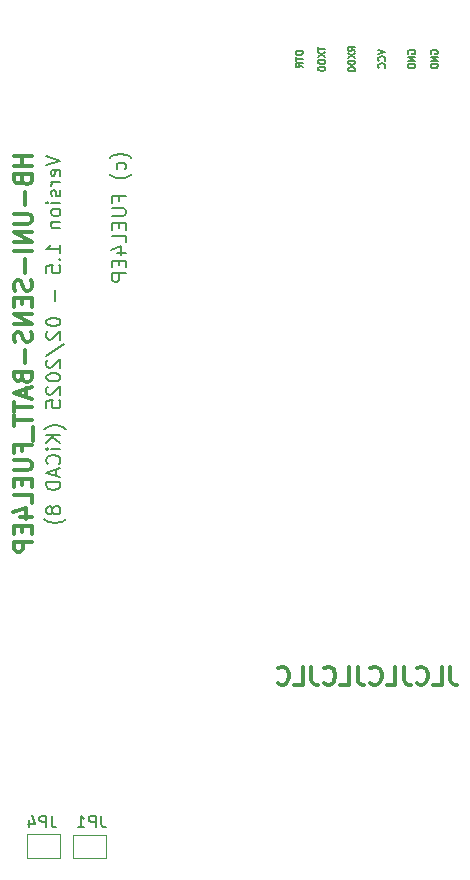
<source format=gbr>
%TF.GenerationSoftware,KiCad,Pcbnew,8.0.9-8.0.9-0~ubuntu22.04.1*%
%TF.CreationDate,2025-02-24T09:16:42+01:00*%
%TF.ProjectId,HB-UNI-SEN-BATT_FUEL4EP,48422d55-4e49-42d5-9345-4e2d42415454,V1.5*%
%TF.SameCoordinates,Original*%
%TF.FileFunction,Legend,Bot*%
%TF.FilePolarity,Positive*%
%FSLAX46Y46*%
G04 Gerber Fmt 4.6, Leading zero omitted, Abs format (unit mm)*
G04 Created by KiCad (PCBNEW 8.0.9-8.0.9-0~ubuntu22.04.1) date 2025-02-24 09:16:42*
%MOMM*%
%LPD*%
G01*
G04 APERTURE LIST*
%ADD10C,0.200000*%
%ADD11C,0.300000*%
%ADD12C,0.304800*%
%ADD13C,0.150000*%
%ADD14C,0.120000*%
%ADD15R,1.800000X1.800000*%
%ADD16C,1.800000*%
%ADD17R,1.700000X1.700000*%
%ADD18O,1.700000X1.700000*%
%ADD19R,1.200000X1.200000*%
%ADD20C,1.200000*%
%ADD21C,1.600000*%
%ADD22O,1.600000X1.600000*%
%ADD23R,1.717500X1.800000*%
%ADD24O,1.717500X1.800000*%
%ADD25R,1.000000X1.500000*%
%ADD26C,1.350000*%
%ADD27C,3.000000*%
%ADD28C,2.000000*%
%ADD29C,4.400000*%
%ADD30C,0.700000*%
%ADD31C,2.640000*%
%ADD32R,2.000000X2.000000*%
G04 APERTURE END LIST*
D10*
X5186742Y62238136D02*
X6386742Y61838136D01*
X6386742Y61838136D02*
X5186742Y61438136D01*
X6329600Y60580993D02*
X6386742Y60695279D01*
X6386742Y60695279D02*
X6386742Y60923851D01*
X6386742Y60923851D02*
X6329600Y61038136D01*
X6329600Y61038136D02*
X6215314Y61095279D01*
X6215314Y61095279D02*
X5758171Y61095279D01*
X5758171Y61095279D02*
X5643885Y61038136D01*
X5643885Y61038136D02*
X5586742Y60923851D01*
X5586742Y60923851D02*
X5586742Y60695279D01*
X5586742Y60695279D02*
X5643885Y60580993D01*
X5643885Y60580993D02*
X5758171Y60523851D01*
X5758171Y60523851D02*
X5872457Y60523851D01*
X5872457Y60523851D02*
X5986742Y61095279D01*
X6386742Y60009565D02*
X5586742Y60009565D01*
X5815314Y60009565D02*
X5701028Y59952422D01*
X5701028Y59952422D02*
X5643885Y59895280D01*
X5643885Y59895280D02*
X5586742Y59780994D01*
X5586742Y59780994D02*
X5586742Y59666708D01*
X6329600Y59323851D02*
X6386742Y59209565D01*
X6386742Y59209565D02*
X6386742Y58980994D01*
X6386742Y58980994D02*
X6329600Y58866708D01*
X6329600Y58866708D02*
X6215314Y58809565D01*
X6215314Y58809565D02*
X6158171Y58809565D01*
X6158171Y58809565D02*
X6043885Y58866708D01*
X6043885Y58866708D02*
X5986742Y58980994D01*
X5986742Y58980994D02*
X5986742Y59152423D01*
X5986742Y59152423D02*
X5929600Y59266708D01*
X5929600Y59266708D02*
X5815314Y59323851D01*
X5815314Y59323851D02*
X5758171Y59323851D01*
X5758171Y59323851D02*
X5643885Y59266708D01*
X5643885Y59266708D02*
X5586742Y59152423D01*
X5586742Y59152423D02*
X5586742Y58980994D01*
X5586742Y58980994D02*
X5643885Y58866708D01*
X6386742Y58295279D02*
X5586742Y58295279D01*
X5186742Y58295279D02*
X5243885Y58352422D01*
X5243885Y58352422D02*
X5301028Y58295279D01*
X5301028Y58295279D02*
X5243885Y58238136D01*
X5243885Y58238136D02*
X5186742Y58295279D01*
X5186742Y58295279D02*
X5301028Y58295279D01*
X6386742Y57552422D02*
X6329600Y57666707D01*
X6329600Y57666707D02*
X6272457Y57723850D01*
X6272457Y57723850D02*
X6158171Y57780993D01*
X6158171Y57780993D02*
X5815314Y57780993D01*
X5815314Y57780993D02*
X5701028Y57723850D01*
X5701028Y57723850D02*
X5643885Y57666707D01*
X5643885Y57666707D02*
X5586742Y57552422D01*
X5586742Y57552422D02*
X5586742Y57380993D01*
X5586742Y57380993D02*
X5643885Y57266707D01*
X5643885Y57266707D02*
X5701028Y57209565D01*
X5701028Y57209565D02*
X5815314Y57152422D01*
X5815314Y57152422D02*
X6158171Y57152422D01*
X6158171Y57152422D02*
X6272457Y57209565D01*
X6272457Y57209565D02*
X6329600Y57266707D01*
X6329600Y57266707D02*
X6386742Y57380993D01*
X6386742Y57380993D02*
X6386742Y57552422D01*
X5586742Y56638136D02*
X6386742Y56638136D01*
X5701028Y56638136D02*
X5643885Y56580993D01*
X5643885Y56580993D02*
X5586742Y56466708D01*
X5586742Y56466708D02*
X5586742Y56295279D01*
X5586742Y56295279D02*
X5643885Y56180993D01*
X5643885Y56180993D02*
X5758171Y56123851D01*
X5758171Y56123851D02*
X6386742Y56123851D01*
X6386742Y54009565D02*
X6386742Y54695279D01*
X6386742Y54352422D02*
X5186742Y54352422D01*
X5186742Y54352422D02*
X5358171Y54466708D01*
X5358171Y54466708D02*
X5472457Y54580993D01*
X5472457Y54580993D02*
X5529600Y54695279D01*
X6272457Y53495279D02*
X6329600Y53438136D01*
X6329600Y53438136D02*
X6386742Y53495279D01*
X6386742Y53495279D02*
X6329600Y53552422D01*
X6329600Y53552422D02*
X6272457Y53495279D01*
X6272457Y53495279D02*
X6386742Y53495279D01*
X5186742Y52352422D02*
X5186742Y52923850D01*
X5186742Y52923850D02*
X5758171Y52980993D01*
X5758171Y52980993D02*
X5701028Y52923850D01*
X5701028Y52923850D02*
X5643885Y52809565D01*
X5643885Y52809565D02*
X5643885Y52523850D01*
X5643885Y52523850D02*
X5701028Y52409565D01*
X5701028Y52409565D02*
X5758171Y52352422D01*
X5758171Y52352422D02*
X5872457Y52295279D01*
X5872457Y52295279D02*
X6158171Y52295279D01*
X6158171Y52295279D02*
X6272457Y52352422D01*
X6272457Y52352422D02*
X6329600Y52409565D01*
X6329600Y52409565D02*
X6386742Y52523850D01*
X6386742Y52523850D02*
X6386742Y52809565D01*
X6386742Y52809565D02*
X6329600Y52923850D01*
X6329600Y52923850D02*
X6272457Y52980993D01*
X5929600Y50866707D02*
X5929600Y49952422D01*
X5186742Y48238136D02*
X5186742Y48123850D01*
X5186742Y48123850D02*
X5243885Y48009564D01*
X5243885Y48009564D02*
X5301028Y47952422D01*
X5301028Y47952422D02*
X5415314Y47895279D01*
X5415314Y47895279D02*
X5643885Y47838136D01*
X5643885Y47838136D02*
X5929600Y47838136D01*
X5929600Y47838136D02*
X6158171Y47895279D01*
X6158171Y47895279D02*
X6272457Y47952422D01*
X6272457Y47952422D02*
X6329600Y48009564D01*
X6329600Y48009564D02*
X6386742Y48123850D01*
X6386742Y48123850D02*
X6386742Y48238136D01*
X6386742Y48238136D02*
X6329600Y48352422D01*
X6329600Y48352422D02*
X6272457Y48409564D01*
X6272457Y48409564D02*
X6158171Y48466707D01*
X6158171Y48466707D02*
X5929600Y48523850D01*
X5929600Y48523850D02*
X5643885Y48523850D01*
X5643885Y48523850D02*
X5415314Y48466707D01*
X5415314Y48466707D02*
X5301028Y48409564D01*
X5301028Y48409564D02*
X5243885Y48352422D01*
X5243885Y48352422D02*
X5186742Y48238136D01*
X5301028Y47380993D02*
X5243885Y47323850D01*
X5243885Y47323850D02*
X5186742Y47209565D01*
X5186742Y47209565D02*
X5186742Y46923850D01*
X5186742Y46923850D02*
X5243885Y46809565D01*
X5243885Y46809565D02*
X5301028Y46752422D01*
X5301028Y46752422D02*
X5415314Y46695279D01*
X5415314Y46695279D02*
X5529600Y46695279D01*
X5529600Y46695279D02*
X5701028Y46752422D01*
X5701028Y46752422D02*
X6386742Y47438136D01*
X6386742Y47438136D02*
X6386742Y46695279D01*
X5129600Y45323850D02*
X6672457Y46352422D01*
X5301028Y44980993D02*
X5243885Y44923850D01*
X5243885Y44923850D02*
X5186742Y44809565D01*
X5186742Y44809565D02*
X5186742Y44523850D01*
X5186742Y44523850D02*
X5243885Y44409565D01*
X5243885Y44409565D02*
X5301028Y44352422D01*
X5301028Y44352422D02*
X5415314Y44295279D01*
X5415314Y44295279D02*
X5529600Y44295279D01*
X5529600Y44295279D02*
X5701028Y44352422D01*
X5701028Y44352422D02*
X6386742Y45038136D01*
X6386742Y45038136D02*
X6386742Y44295279D01*
X5186742Y43552422D02*
X5186742Y43438136D01*
X5186742Y43438136D02*
X5243885Y43323850D01*
X5243885Y43323850D02*
X5301028Y43266708D01*
X5301028Y43266708D02*
X5415314Y43209565D01*
X5415314Y43209565D02*
X5643885Y43152422D01*
X5643885Y43152422D02*
X5929600Y43152422D01*
X5929600Y43152422D02*
X6158171Y43209565D01*
X6158171Y43209565D02*
X6272457Y43266708D01*
X6272457Y43266708D02*
X6329600Y43323850D01*
X6329600Y43323850D02*
X6386742Y43438136D01*
X6386742Y43438136D02*
X6386742Y43552422D01*
X6386742Y43552422D02*
X6329600Y43666708D01*
X6329600Y43666708D02*
X6272457Y43723850D01*
X6272457Y43723850D02*
X6158171Y43780993D01*
X6158171Y43780993D02*
X5929600Y43838136D01*
X5929600Y43838136D02*
X5643885Y43838136D01*
X5643885Y43838136D02*
X5415314Y43780993D01*
X5415314Y43780993D02*
X5301028Y43723850D01*
X5301028Y43723850D02*
X5243885Y43666708D01*
X5243885Y43666708D02*
X5186742Y43552422D01*
X5301028Y42695279D02*
X5243885Y42638136D01*
X5243885Y42638136D02*
X5186742Y42523851D01*
X5186742Y42523851D02*
X5186742Y42238136D01*
X5186742Y42238136D02*
X5243885Y42123851D01*
X5243885Y42123851D02*
X5301028Y42066708D01*
X5301028Y42066708D02*
X5415314Y42009565D01*
X5415314Y42009565D02*
X5529600Y42009565D01*
X5529600Y42009565D02*
X5701028Y42066708D01*
X5701028Y42066708D02*
X6386742Y42752422D01*
X6386742Y42752422D02*
X6386742Y42009565D01*
X5186742Y40923851D02*
X5186742Y41495279D01*
X5186742Y41495279D02*
X5758171Y41552422D01*
X5758171Y41552422D02*
X5701028Y41495279D01*
X5701028Y41495279D02*
X5643885Y41380994D01*
X5643885Y41380994D02*
X5643885Y41095279D01*
X5643885Y41095279D02*
X5701028Y40980994D01*
X5701028Y40980994D02*
X5758171Y40923851D01*
X5758171Y40923851D02*
X5872457Y40866708D01*
X5872457Y40866708D02*
X6158171Y40866708D01*
X6158171Y40866708D02*
X6272457Y40923851D01*
X6272457Y40923851D02*
X6329600Y40980994D01*
X6329600Y40980994D02*
X6386742Y41095279D01*
X6386742Y41095279D02*
X6386742Y41380994D01*
X6386742Y41380994D02*
X6329600Y41495279D01*
X6329600Y41495279D02*
X6272457Y41552422D01*
X6843885Y39095279D02*
X6786742Y39152422D01*
X6786742Y39152422D02*
X6615314Y39266708D01*
X6615314Y39266708D02*
X6501028Y39323851D01*
X6501028Y39323851D02*
X6329600Y39380993D01*
X6329600Y39380993D02*
X6043885Y39438136D01*
X6043885Y39438136D02*
X5815314Y39438136D01*
X5815314Y39438136D02*
X5529600Y39380993D01*
X5529600Y39380993D02*
X5358171Y39323851D01*
X5358171Y39323851D02*
X5243885Y39266708D01*
X5243885Y39266708D02*
X5072457Y39152422D01*
X5072457Y39152422D02*
X5015314Y39095279D01*
X6386742Y38638136D02*
X5186742Y38638136D01*
X6386742Y37952422D02*
X5701028Y38466708D01*
X5186742Y37952422D02*
X5872457Y38638136D01*
X6386742Y37438136D02*
X5586742Y37438136D01*
X5186742Y37438136D02*
X5243885Y37495279D01*
X5243885Y37495279D02*
X5301028Y37438136D01*
X5301028Y37438136D02*
X5243885Y37380993D01*
X5243885Y37380993D02*
X5186742Y37438136D01*
X5186742Y37438136D02*
X5301028Y37438136D01*
X6272457Y36180993D02*
X6329600Y36238136D01*
X6329600Y36238136D02*
X6386742Y36409564D01*
X6386742Y36409564D02*
X6386742Y36523850D01*
X6386742Y36523850D02*
X6329600Y36695279D01*
X6329600Y36695279D02*
X6215314Y36809564D01*
X6215314Y36809564D02*
X6101028Y36866707D01*
X6101028Y36866707D02*
X5872457Y36923850D01*
X5872457Y36923850D02*
X5701028Y36923850D01*
X5701028Y36923850D02*
X5472457Y36866707D01*
X5472457Y36866707D02*
X5358171Y36809564D01*
X5358171Y36809564D02*
X5243885Y36695279D01*
X5243885Y36695279D02*
X5186742Y36523850D01*
X5186742Y36523850D02*
X5186742Y36409564D01*
X5186742Y36409564D02*
X5243885Y36238136D01*
X5243885Y36238136D02*
X5301028Y36180993D01*
X6043885Y35723850D02*
X6043885Y35152422D01*
X6386742Y35838136D02*
X5186742Y35438136D01*
X5186742Y35438136D02*
X6386742Y35038136D01*
X6386742Y34638136D02*
X5186742Y34638136D01*
X5186742Y34638136D02*
X5186742Y34352422D01*
X5186742Y34352422D02*
X5243885Y34180993D01*
X5243885Y34180993D02*
X5358171Y34066708D01*
X5358171Y34066708D02*
X5472457Y34009565D01*
X5472457Y34009565D02*
X5701028Y33952422D01*
X5701028Y33952422D02*
X5872457Y33952422D01*
X5872457Y33952422D02*
X6101028Y34009565D01*
X6101028Y34009565D02*
X6215314Y34066708D01*
X6215314Y34066708D02*
X6329600Y34180993D01*
X6329600Y34180993D02*
X6386742Y34352422D01*
X6386742Y34352422D02*
X6386742Y34638136D01*
X5701028Y32352422D02*
X5643885Y32466707D01*
X5643885Y32466707D02*
X5586742Y32523850D01*
X5586742Y32523850D02*
X5472457Y32580993D01*
X5472457Y32580993D02*
X5415314Y32580993D01*
X5415314Y32580993D02*
X5301028Y32523850D01*
X5301028Y32523850D02*
X5243885Y32466707D01*
X5243885Y32466707D02*
X5186742Y32352422D01*
X5186742Y32352422D02*
X5186742Y32123850D01*
X5186742Y32123850D02*
X5243885Y32009565D01*
X5243885Y32009565D02*
X5301028Y31952422D01*
X5301028Y31952422D02*
X5415314Y31895279D01*
X5415314Y31895279D02*
X5472457Y31895279D01*
X5472457Y31895279D02*
X5586742Y31952422D01*
X5586742Y31952422D02*
X5643885Y32009565D01*
X5643885Y32009565D02*
X5701028Y32123850D01*
X5701028Y32123850D02*
X5701028Y32352422D01*
X5701028Y32352422D02*
X5758171Y32466707D01*
X5758171Y32466707D02*
X5815314Y32523850D01*
X5815314Y32523850D02*
X5929600Y32580993D01*
X5929600Y32580993D02*
X6158171Y32580993D01*
X6158171Y32580993D02*
X6272457Y32523850D01*
X6272457Y32523850D02*
X6329600Y32466707D01*
X6329600Y32466707D02*
X6386742Y32352422D01*
X6386742Y32352422D02*
X6386742Y32123850D01*
X6386742Y32123850D02*
X6329600Y32009565D01*
X6329600Y32009565D02*
X6272457Y31952422D01*
X6272457Y31952422D02*
X6158171Y31895279D01*
X6158171Y31895279D02*
X5929600Y31895279D01*
X5929600Y31895279D02*
X5815314Y31952422D01*
X5815314Y31952422D02*
X5758171Y32009565D01*
X5758171Y32009565D02*
X5701028Y32123850D01*
X6843885Y31495279D02*
X6786742Y31438136D01*
X6786742Y31438136D02*
X6615314Y31323850D01*
X6615314Y31323850D02*
X6501028Y31266708D01*
X6501028Y31266708D02*
X6329600Y31209565D01*
X6329600Y31209565D02*
X6043885Y31152422D01*
X6043885Y31152422D02*
X5815314Y31152422D01*
X5815314Y31152422D02*
X5529600Y31209565D01*
X5529600Y31209565D02*
X5358171Y31266708D01*
X5358171Y31266708D02*
X5243885Y31323850D01*
X5243885Y31323850D02*
X5072457Y31438136D01*
X5072457Y31438136D02*
X5015314Y31495279D01*
D11*
X3943412Y62275489D02*
X2443412Y62275489D01*
X3157698Y62275489D02*
X3157698Y61418346D01*
X3943412Y61418346D02*
X2443412Y61418346D01*
X3157698Y60204060D02*
X3229126Y59989774D01*
X3229126Y59989774D02*
X3300555Y59918345D01*
X3300555Y59918345D02*
X3443412Y59846917D01*
X3443412Y59846917D02*
X3657698Y59846917D01*
X3657698Y59846917D02*
X3800555Y59918345D01*
X3800555Y59918345D02*
X3871984Y59989774D01*
X3871984Y59989774D02*
X3943412Y60132631D01*
X3943412Y60132631D02*
X3943412Y60704060D01*
X3943412Y60704060D02*
X2443412Y60704060D01*
X2443412Y60704060D02*
X2443412Y60204060D01*
X2443412Y60204060D02*
X2514841Y60061203D01*
X2514841Y60061203D02*
X2586269Y59989774D01*
X2586269Y59989774D02*
X2729126Y59918345D01*
X2729126Y59918345D02*
X2871984Y59918345D01*
X2871984Y59918345D02*
X3014841Y59989774D01*
X3014841Y59989774D02*
X3086269Y60061203D01*
X3086269Y60061203D02*
X3157698Y60204060D01*
X3157698Y60204060D02*
X3157698Y60704060D01*
X3371984Y59204060D02*
X3371984Y58061203D01*
X2443412Y57346917D02*
X3657698Y57346917D01*
X3657698Y57346917D02*
X3800555Y57275488D01*
X3800555Y57275488D02*
X3871984Y57204060D01*
X3871984Y57204060D02*
X3943412Y57061202D01*
X3943412Y57061202D02*
X3943412Y56775488D01*
X3943412Y56775488D02*
X3871984Y56632631D01*
X3871984Y56632631D02*
X3800555Y56561202D01*
X3800555Y56561202D02*
X3657698Y56489774D01*
X3657698Y56489774D02*
X2443412Y56489774D01*
X3943412Y55775488D02*
X2443412Y55775488D01*
X2443412Y55775488D02*
X3943412Y54918345D01*
X3943412Y54918345D02*
X2443412Y54918345D01*
X3943412Y54204059D02*
X2443412Y54204059D01*
X3371984Y53489773D02*
X3371984Y52346916D01*
X3871984Y51704058D02*
X3943412Y51489773D01*
X3943412Y51489773D02*
X3943412Y51132630D01*
X3943412Y51132630D02*
X3871984Y50989773D01*
X3871984Y50989773D02*
X3800555Y50918344D01*
X3800555Y50918344D02*
X3657698Y50846915D01*
X3657698Y50846915D02*
X3514841Y50846915D01*
X3514841Y50846915D02*
X3371984Y50918344D01*
X3371984Y50918344D02*
X3300555Y50989773D01*
X3300555Y50989773D02*
X3229126Y51132630D01*
X3229126Y51132630D02*
X3157698Y51418344D01*
X3157698Y51418344D02*
X3086269Y51561201D01*
X3086269Y51561201D02*
X3014841Y51632630D01*
X3014841Y51632630D02*
X2871984Y51704058D01*
X2871984Y51704058D02*
X2729126Y51704058D01*
X2729126Y51704058D02*
X2586269Y51632630D01*
X2586269Y51632630D02*
X2514841Y51561201D01*
X2514841Y51561201D02*
X2443412Y51418344D01*
X2443412Y51418344D02*
X2443412Y51061201D01*
X2443412Y51061201D02*
X2514841Y50846915D01*
X3157698Y50204059D02*
X3157698Y49704059D01*
X3943412Y49489773D02*
X3943412Y50204059D01*
X3943412Y50204059D02*
X2443412Y50204059D01*
X2443412Y50204059D02*
X2443412Y49489773D01*
X3943412Y48846916D02*
X2443412Y48846916D01*
X2443412Y48846916D02*
X3943412Y47989773D01*
X3943412Y47989773D02*
X2443412Y47989773D01*
X3871984Y47346915D02*
X3943412Y47132630D01*
X3943412Y47132630D02*
X3943412Y46775487D01*
X3943412Y46775487D02*
X3871984Y46632630D01*
X3871984Y46632630D02*
X3800555Y46561201D01*
X3800555Y46561201D02*
X3657698Y46489772D01*
X3657698Y46489772D02*
X3514841Y46489772D01*
X3514841Y46489772D02*
X3371984Y46561201D01*
X3371984Y46561201D02*
X3300555Y46632630D01*
X3300555Y46632630D02*
X3229126Y46775487D01*
X3229126Y46775487D02*
X3157698Y47061201D01*
X3157698Y47061201D02*
X3086269Y47204058D01*
X3086269Y47204058D02*
X3014841Y47275487D01*
X3014841Y47275487D02*
X2871984Y47346915D01*
X2871984Y47346915D02*
X2729126Y47346915D01*
X2729126Y47346915D02*
X2586269Y47275487D01*
X2586269Y47275487D02*
X2514841Y47204058D01*
X2514841Y47204058D02*
X2443412Y47061201D01*
X2443412Y47061201D02*
X2443412Y46704058D01*
X2443412Y46704058D02*
X2514841Y46489772D01*
X3371984Y45846916D02*
X3371984Y44704059D01*
X3157698Y43489773D02*
X3229126Y43275487D01*
X3229126Y43275487D02*
X3300555Y43204058D01*
X3300555Y43204058D02*
X3443412Y43132630D01*
X3443412Y43132630D02*
X3657698Y43132630D01*
X3657698Y43132630D02*
X3800555Y43204058D01*
X3800555Y43204058D02*
X3871984Y43275487D01*
X3871984Y43275487D02*
X3943412Y43418344D01*
X3943412Y43418344D02*
X3943412Y43989773D01*
X3943412Y43989773D02*
X2443412Y43989773D01*
X2443412Y43989773D02*
X2443412Y43489773D01*
X2443412Y43489773D02*
X2514841Y43346916D01*
X2514841Y43346916D02*
X2586269Y43275487D01*
X2586269Y43275487D02*
X2729126Y43204058D01*
X2729126Y43204058D02*
X2871984Y43204058D01*
X2871984Y43204058D02*
X3014841Y43275487D01*
X3014841Y43275487D02*
X3086269Y43346916D01*
X3086269Y43346916D02*
X3157698Y43489773D01*
X3157698Y43489773D02*
X3157698Y43989773D01*
X3514841Y42561201D02*
X3514841Y41846916D01*
X3943412Y42704058D02*
X2443412Y42204058D01*
X2443412Y42204058D02*
X3943412Y41704058D01*
X2443412Y41418344D02*
X2443412Y40561202D01*
X3943412Y40989773D02*
X2443412Y40989773D01*
X2443412Y40275487D02*
X2443412Y39418345D01*
X3943412Y39846916D02*
X2443412Y39846916D01*
X4086269Y39275488D02*
X4086269Y38132630D01*
X3157698Y37275488D02*
X3157698Y37775488D01*
X3943412Y37775488D02*
X2443412Y37775488D01*
X2443412Y37775488D02*
X2443412Y37061202D01*
X2443412Y36489774D02*
X3657698Y36489774D01*
X3657698Y36489774D02*
X3800555Y36418345D01*
X3800555Y36418345D02*
X3871984Y36346917D01*
X3871984Y36346917D02*
X3943412Y36204059D01*
X3943412Y36204059D02*
X3943412Y35918345D01*
X3943412Y35918345D02*
X3871984Y35775488D01*
X3871984Y35775488D02*
X3800555Y35704059D01*
X3800555Y35704059D02*
X3657698Y35632631D01*
X3657698Y35632631D02*
X2443412Y35632631D01*
X3157698Y34918345D02*
X3157698Y34418345D01*
X3943412Y34204059D02*
X3943412Y34918345D01*
X3943412Y34918345D02*
X2443412Y34918345D01*
X2443412Y34918345D02*
X2443412Y34204059D01*
X3943412Y32846916D02*
X3943412Y33561202D01*
X3943412Y33561202D02*
X2443412Y33561202D01*
X2943412Y31704059D02*
X3943412Y31704059D01*
X2371984Y32061201D02*
X3443412Y32418344D01*
X3443412Y32418344D02*
X3443412Y31489773D01*
X3157698Y30918345D02*
X3157698Y30418345D01*
X3943412Y30204059D02*
X3943412Y30918345D01*
X3943412Y30918345D02*
X2443412Y30918345D01*
X2443412Y30918345D02*
X2443412Y30204059D01*
X3943412Y29561202D02*
X2443412Y29561202D01*
X2443412Y29561202D02*
X2443412Y28989773D01*
X2443412Y28989773D02*
X2514841Y28846916D01*
X2514841Y28846916D02*
X2586269Y28775487D01*
X2586269Y28775487D02*
X2729126Y28704059D01*
X2729126Y28704059D02*
X2943412Y28704059D01*
X2943412Y28704059D02*
X3086269Y28775487D01*
X3086269Y28775487D02*
X3157698Y28846916D01*
X3157698Y28846916D02*
X3229126Y28989773D01*
X3229126Y28989773D02*
X3229126Y29561202D01*
D10*
X12396885Y62069850D02*
X12339742Y62126993D01*
X12339742Y62126993D02*
X12168314Y62241279D01*
X12168314Y62241279D02*
X12054028Y62298422D01*
X12054028Y62298422D02*
X11882600Y62355564D01*
X11882600Y62355564D02*
X11596885Y62412707D01*
X11596885Y62412707D02*
X11368314Y62412707D01*
X11368314Y62412707D02*
X11082600Y62355564D01*
X11082600Y62355564D02*
X10911171Y62298422D01*
X10911171Y62298422D02*
X10796885Y62241279D01*
X10796885Y62241279D02*
X10625457Y62126993D01*
X10625457Y62126993D02*
X10568314Y62069850D01*
X11882600Y61098422D02*
X11939742Y61212707D01*
X11939742Y61212707D02*
X11939742Y61441279D01*
X11939742Y61441279D02*
X11882600Y61555564D01*
X11882600Y61555564D02*
X11825457Y61612707D01*
X11825457Y61612707D02*
X11711171Y61669850D01*
X11711171Y61669850D02*
X11368314Y61669850D01*
X11368314Y61669850D02*
X11254028Y61612707D01*
X11254028Y61612707D02*
X11196885Y61555564D01*
X11196885Y61555564D02*
X11139742Y61441279D01*
X11139742Y61441279D02*
X11139742Y61212707D01*
X11139742Y61212707D02*
X11196885Y61098422D01*
X12396885Y60698422D02*
X12339742Y60641279D01*
X12339742Y60641279D02*
X12168314Y60526993D01*
X12168314Y60526993D02*
X12054028Y60469851D01*
X12054028Y60469851D02*
X11882600Y60412708D01*
X11882600Y60412708D02*
X11596885Y60355565D01*
X11596885Y60355565D02*
X11368314Y60355565D01*
X11368314Y60355565D02*
X11082600Y60412708D01*
X11082600Y60412708D02*
X10911171Y60469851D01*
X10911171Y60469851D02*
X10796885Y60526993D01*
X10796885Y60526993D02*
X10625457Y60641279D01*
X10625457Y60641279D02*
X10568314Y60698422D01*
X11311171Y58469850D02*
X11311171Y58869850D01*
X11939742Y58869850D02*
X10739742Y58869850D01*
X10739742Y58869850D02*
X10739742Y58298422D01*
X10739742Y57841279D02*
X11711171Y57841279D01*
X11711171Y57841279D02*
X11825457Y57784136D01*
X11825457Y57784136D02*
X11882600Y57726994D01*
X11882600Y57726994D02*
X11939742Y57612708D01*
X11939742Y57612708D02*
X11939742Y57384136D01*
X11939742Y57384136D02*
X11882600Y57269851D01*
X11882600Y57269851D02*
X11825457Y57212708D01*
X11825457Y57212708D02*
X11711171Y57155565D01*
X11711171Y57155565D02*
X10739742Y57155565D01*
X11311171Y56584136D02*
X11311171Y56184136D01*
X11939742Y56012708D02*
X11939742Y56584136D01*
X11939742Y56584136D02*
X10739742Y56584136D01*
X10739742Y56584136D02*
X10739742Y56012708D01*
X11939742Y54926994D02*
X11939742Y55498422D01*
X11939742Y55498422D02*
X10739742Y55498422D01*
X11139742Y54012708D02*
X11939742Y54012708D01*
X10682600Y54298422D02*
X11539742Y54584136D01*
X11539742Y54584136D02*
X11539742Y53841279D01*
X11311171Y53384136D02*
X11311171Y52984136D01*
X11939742Y52812708D02*
X11939742Y53384136D01*
X11939742Y53384136D02*
X10739742Y53384136D01*
X10739742Y53384136D02*
X10739742Y52812708D01*
X11939742Y52298422D02*
X10739742Y52298422D01*
X10739742Y52298422D02*
X10739742Y51841279D01*
X10739742Y51841279D02*
X10796885Y51726994D01*
X10796885Y51726994D02*
X10854028Y51669851D01*
X10854028Y51669851D02*
X10968314Y51612708D01*
X10968314Y51612708D02*
X11139742Y51612708D01*
X11139742Y51612708D02*
X11254028Y51669851D01*
X11254028Y51669851D02*
X11311171Y51726994D01*
X11311171Y51726994D02*
X11368314Y51841279D01*
X11368314Y51841279D02*
X11368314Y52298422D01*
D12*
X39387188Y18998358D02*
X39387188Y17909787D01*
X39387188Y17909787D02*
X39459759Y17692072D01*
X39459759Y17692072D02*
X39604902Y17546930D01*
X39604902Y17546930D02*
X39822616Y17474358D01*
X39822616Y17474358D02*
X39967759Y17474358D01*
X37935759Y17474358D02*
X38661473Y17474358D01*
X38661473Y17474358D02*
X38661473Y18998358D01*
X36556902Y17619501D02*
X36629474Y17546930D01*
X36629474Y17546930D02*
X36847188Y17474358D01*
X36847188Y17474358D02*
X36992331Y17474358D01*
X36992331Y17474358D02*
X37210045Y17546930D01*
X37210045Y17546930D02*
X37355188Y17692072D01*
X37355188Y17692072D02*
X37427759Y17837215D01*
X37427759Y17837215D02*
X37500331Y18127501D01*
X37500331Y18127501D02*
X37500331Y18345215D01*
X37500331Y18345215D02*
X37427759Y18635501D01*
X37427759Y18635501D02*
X37355188Y18780644D01*
X37355188Y18780644D02*
X37210045Y18925787D01*
X37210045Y18925787D02*
X36992331Y18998358D01*
X36992331Y18998358D02*
X36847188Y18998358D01*
X36847188Y18998358D02*
X36629474Y18925787D01*
X36629474Y18925787D02*
X36556902Y18853215D01*
X35468331Y18998358D02*
X35468331Y17909787D01*
X35468331Y17909787D02*
X35540902Y17692072D01*
X35540902Y17692072D02*
X35686045Y17546930D01*
X35686045Y17546930D02*
X35903759Y17474358D01*
X35903759Y17474358D02*
X36048902Y17474358D01*
X34016902Y17474358D02*
X34742616Y17474358D01*
X34742616Y17474358D02*
X34742616Y18998358D01*
X32638045Y17619501D02*
X32710617Y17546930D01*
X32710617Y17546930D02*
X32928331Y17474358D01*
X32928331Y17474358D02*
X33073474Y17474358D01*
X33073474Y17474358D02*
X33291188Y17546930D01*
X33291188Y17546930D02*
X33436331Y17692072D01*
X33436331Y17692072D02*
X33508902Y17837215D01*
X33508902Y17837215D02*
X33581474Y18127501D01*
X33581474Y18127501D02*
X33581474Y18345215D01*
X33581474Y18345215D02*
X33508902Y18635501D01*
X33508902Y18635501D02*
X33436331Y18780644D01*
X33436331Y18780644D02*
X33291188Y18925787D01*
X33291188Y18925787D02*
X33073474Y18998358D01*
X33073474Y18998358D02*
X32928331Y18998358D01*
X32928331Y18998358D02*
X32710617Y18925787D01*
X32710617Y18925787D02*
X32638045Y18853215D01*
X31549474Y18998358D02*
X31549474Y17909787D01*
X31549474Y17909787D02*
X31622045Y17692072D01*
X31622045Y17692072D02*
X31767188Y17546930D01*
X31767188Y17546930D02*
X31984902Y17474358D01*
X31984902Y17474358D02*
X32130045Y17474358D01*
X30098045Y17474358D02*
X30823759Y17474358D01*
X30823759Y17474358D02*
X30823759Y18998358D01*
X28719188Y17619501D02*
X28791760Y17546930D01*
X28791760Y17546930D02*
X29009474Y17474358D01*
X29009474Y17474358D02*
X29154617Y17474358D01*
X29154617Y17474358D02*
X29372331Y17546930D01*
X29372331Y17546930D02*
X29517474Y17692072D01*
X29517474Y17692072D02*
X29590045Y17837215D01*
X29590045Y17837215D02*
X29662617Y18127501D01*
X29662617Y18127501D02*
X29662617Y18345215D01*
X29662617Y18345215D02*
X29590045Y18635501D01*
X29590045Y18635501D02*
X29517474Y18780644D01*
X29517474Y18780644D02*
X29372331Y18925787D01*
X29372331Y18925787D02*
X29154617Y18998358D01*
X29154617Y18998358D02*
X29009474Y18998358D01*
X29009474Y18998358D02*
X28791760Y18925787D01*
X28791760Y18925787D02*
X28719188Y18853215D01*
X27630617Y18998358D02*
X27630617Y17909787D01*
X27630617Y17909787D02*
X27703188Y17692072D01*
X27703188Y17692072D02*
X27848331Y17546930D01*
X27848331Y17546930D02*
X28066045Y17474358D01*
X28066045Y17474358D02*
X28211188Y17474358D01*
X26179188Y17474358D02*
X26904902Y17474358D01*
X26904902Y17474358D02*
X26904902Y18998358D01*
X24800331Y17619501D02*
X24872903Y17546930D01*
X24872903Y17546930D02*
X25090617Y17474358D01*
X25090617Y17474358D02*
X25235760Y17474358D01*
X25235760Y17474358D02*
X25453474Y17546930D01*
X25453474Y17546930D02*
X25598617Y17692072D01*
X25598617Y17692072D02*
X25671188Y17837215D01*
X25671188Y17837215D02*
X25743760Y18127501D01*
X25743760Y18127501D02*
X25743760Y18345215D01*
X25743760Y18345215D02*
X25671188Y18635501D01*
X25671188Y18635501D02*
X25598617Y18780644D01*
X25598617Y18780644D02*
X25453474Y18925787D01*
X25453474Y18925787D02*
X25235760Y18998358D01*
X25235760Y18998358D02*
X25090617Y18998358D01*
X25090617Y18998358D02*
X24872903Y18925787D01*
X24872903Y18925787D02*
X24800331Y18853215D01*
D13*
X9850333Y6387180D02*
X9850333Y5672895D01*
X9850333Y5672895D02*
X9897952Y5530038D01*
X9897952Y5530038D02*
X9993190Y5434800D01*
X9993190Y5434800D02*
X10136047Y5387180D01*
X10136047Y5387180D02*
X10231285Y5387180D01*
X9374142Y5387180D02*
X9374142Y6387180D01*
X9374142Y6387180D02*
X8993190Y6387180D01*
X8993190Y6387180D02*
X8897952Y6339561D01*
X8897952Y6339561D02*
X8850333Y6291942D01*
X8850333Y6291942D02*
X8802714Y6196704D01*
X8802714Y6196704D02*
X8802714Y6053847D01*
X8802714Y6053847D02*
X8850333Y5958609D01*
X8850333Y5958609D02*
X8897952Y5910990D01*
X8897952Y5910990D02*
X8993190Y5863371D01*
X8993190Y5863371D02*
X9374142Y5863371D01*
X7850333Y5387180D02*
X8421761Y5387180D01*
X8136047Y5387180D02*
X8136047Y6387180D01*
X8136047Y6387180D02*
X8231285Y6244323D01*
X8231285Y6244323D02*
X8326523Y6149085D01*
X8326523Y6149085D02*
X8421761Y6101466D01*
X37763342Y70907142D02*
X37734771Y70964285D01*
X37734771Y70964285D02*
X37734771Y71049999D01*
X37734771Y71049999D02*
X37763342Y71135713D01*
X37763342Y71135713D02*
X37820485Y71192856D01*
X37820485Y71192856D02*
X37877628Y71221427D01*
X37877628Y71221427D02*
X37991914Y71249999D01*
X37991914Y71249999D02*
X38077628Y71249999D01*
X38077628Y71249999D02*
X38191914Y71221427D01*
X38191914Y71221427D02*
X38249057Y71192856D01*
X38249057Y71192856D02*
X38306200Y71135713D01*
X38306200Y71135713D02*
X38334771Y71049999D01*
X38334771Y71049999D02*
X38334771Y70992856D01*
X38334771Y70992856D02*
X38306200Y70907142D01*
X38306200Y70907142D02*
X38277628Y70878570D01*
X38277628Y70878570D02*
X38077628Y70878570D01*
X38077628Y70878570D02*
X38077628Y70992856D01*
X38334771Y70621427D02*
X37734771Y70621427D01*
X37734771Y70621427D02*
X38334771Y70278570D01*
X38334771Y70278570D02*
X37734771Y70278570D01*
X38334771Y69992856D02*
X37734771Y69992856D01*
X37734771Y69992856D02*
X37734771Y69849999D01*
X37734771Y69849999D02*
X37763342Y69764285D01*
X37763342Y69764285D02*
X37820485Y69707142D01*
X37820485Y69707142D02*
X37877628Y69678571D01*
X37877628Y69678571D02*
X37991914Y69649999D01*
X37991914Y69649999D02*
X38077628Y69649999D01*
X38077628Y69649999D02*
X38191914Y69678571D01*
X38191914Y69678571D02*
X38249057Y69707142D01*
X38249057Y69707142D02*
X38306200Y69764285D01*
X38306200Y69764285D02*
X38334771Y69849999D01*
X38334771Y69849999D02*
X38334771Y69992856D01*
X26904771Y71135713D02*
X26304771Y71135713D01*
X26304771Y71135713D02*
X26304771Y70992856D01*
X26304771Y70992856D02*
X26333342Y70907142D01*
X26333342Y70907142D02*
X26390485Y70849999D01*
X26390485Y70849999D02*
X26447628Y70821428D01*
X26447628Y70821428D02*
X26561914Y70792856D01*
X26561914Y70792856D02*
X26647628Y70792856D01*
X26647628Y70792856D02*
X26761914Y70821428D01*
X26761914Y70821428D02*
X26819057Y70849999D01*
X26819057Y70849999D02*
X26876200Y70907142D01*
X26876200Y70907142D02*
X26904771Y70992856D01*
X26904771Y70992856D02*
X26904771Y71135713D01*
X26304771Y70621428D02*
X26304771Y70278571D01*
X26904771Y70449999D02*
X26304771Y70449999D01*
X26904771Y69735713D02*
X26619057Y69935713D01*
X26904771Y70078570D02*
X26304771Y70078570D01*
X26304771Y70078570D02*
X26304771Y69849999D01*
X26304771Y69849999D02*
X26333342Y69792856D01*
X26333342Y69792856D02*
X26361914Y69764285D01*
X26361914Y69764285D02*
X26419057Y69735713D01*
X26419057Y69735713D02*
X26504771Y69735713D01*
X26504771Y69735713D02*
X26561914Y69764285D01*
X26561914Y69764285D02*
X26590485Y69792856D01*
X26590485Y69792856D02*
X26619057Y69849999D01*
X26619057Y69849999D02*
X26619057Y70078570D01*
X31349771Y71135714D02*
X31064057Y71335714D01*
X31349771Y71478571D02*
X30749771Y71478571D01*
X30749771Y71478571D02*
X30749771Y71250000D01*
X30749771Y71250000D02*
X30778342Y71192857D01*
X30778342Y71192857D02*
X30806914Y71164286D01*
X30806914Y71164286D02*
X30864057Y71135714D01*
X30864057Y71135714D02*
X30949771Y71135714D01*
X30949771Y71135714D02*
X31006914Y71164286D01*
X31006914Y71164286D02*
X31035485Y71192857D01*
X31035485Y71192857D02*
X31064057Y71250000D01*
X31064057Y71250000D02*
X31064057Y71478571D01*
X30749771Y70935714D02*
X31349771Y70535714D01*
X30749771Y70535714D02*
X31349771Y70935714D01*
X31349771Y70307142D02*
X30749771Y70307142D01*
X30749771Y70307142D02*
X30749771Y70164285D01*
X30749771Y70164285D02*
X30778342Y70078571D01*
X30778342Y70078571D02*
X30835485Y70021428D01*
X30835485Y70021428D02*
X30892628Y69992857D01*
X30892628Y69992857D02*
X31006914Y69964285D01*
X31006914Y69964285D02*
X31092628Y69964285D01*
X31092628Y69964285D02*
X31206914Y69992857D01*
X31206914Y69992857D02*
X31264057Y70021428D01*
X31264057Y70021428D02*
X31321200Y70078571D01*
X31321200Y70078571D02*
X31349771Y70164285D01*
X31349771Y70164285D02*
X31349771Y70307142D01*
X30749771Y69592857D02*
X30749771Y69535714D01*
X30749771Y69535714D02*
X30778342Y69478571D01*
X30778342Y69478571D02*
X30806914Y69450000D01*
X30806914Y69450000D02*
X30864057Y69421428D01*
X30864057Y69421428D02*
X30978342Y69392857D01*
X30978342Y69392857D02*
X31121200Y69392857D01*
X31121200Y69392857D02*
X31235485Y69421428D01*
X31235485Y69421428D02*
X31292628Y69450000D01*
X31292628Y69450000D02*
X31321200Y69478571D01*
X31321200Y69478571D02*
X31349771Y69535714D01*
X31349771Y69535714D02*
X31349771Y69592857D01*
X31349771Y69592857D02*
X31321200Y69650000D01*
X31321200Y69650000D02*
X31292628Y69678571D01*
X31292628Y69678571D02*
X31235485Y69707142D01*
X31235485Y69707142D02*
X31121200Y69735714D01*
X31121200Y69735714D02*
X30978342Y69735714D01*
X30978342Y69735714D02*
X30864057Y69707142D01*
X30864057Y69707142D02*
X30806914Y69678571D01*
X30806914Y69678571D02*
X30778342Y69650000D01*
X30778342Y69650000D02*
X30749771Y69592857D01*
X28209771Y71492857D02*
X28209771Y71150000D01*
X28809771Y71321428D02*
X28209771Y71321428D01*
X28209771Y71007142D02*
X28809771Y70607142D01*
X28209771Y70607142D02*
X28809771Y71007142D01*
X28809771Y70378570D02*
X28209771Y70378570D01*
X28209771Y70378570D02*
X28209771Y70235713D01*
X28209771Y70235713D02*
X28238342Y70149999D01*
X28238342Y70149999D02*
X28295485Y70092856D01*
X28295485Y70092856D02*
X28352628Y70064285D01*
X28352628Y70064285D02*
X28466914Y70035713D01*
X28466914Y70035713D02*
X28552628Y70035713D01*
X28552628Y70035713D02*
X28666914Y70064285D01*
X28666914Y70064285D02*
X28724057Y70092856D01*
X28724057Y70092856D02*
X28781200Y70149999D01*
X28781200Y70149999D02*
X28809771Y70235713D01*
X28809771Y70235713D02*
X28809771Y70378570D01*
X28209771Y69664285D02*
X28209771Y69607142D01*
X28209771Y69607142D02*
X28238342Y69549999D01*
X28238342Y69549999D02*
X28266914Y69521428D01*
X28266914Y69521428D02*
X28324057Y69492856D01*
X28324057Y69492856D02*
X28438342Y69464285D01*
X28438342Y69464285D02*
X28581200Y69464285D01*
X28581200Y69464285D02*
X28695485Y69492856D01*
X28695485Y69492856D02*
X28752628Y69521428D01*
X28752628Y69521428D02*
X28781200Y69549999D01*
X28781200Y69549999D02*
X28809771Y69607142D01*
X28809771Y69607142D02*
X28809771Y69664285D01*
X28809771Y69664285D02*
X28781200Y69721428D01*
X28781200Y69721428D02*
X28752628Y69749999D01*
X28752628Y69749999D02*
X28695485Y69778570D01*
X28695485Y69778570D02*
X28581200Y69807142D01*
X28581200Y69807142D02*
X28438342Y69807142D01*
X28438342Y69807142D02*
X28324057Y69778570D01*
X28324057Y69778570D02*
X28266914Y69749999D01*
X28266914Y69749999D02*
X28238342Y69721428D01*
X28238342Y69721428D02*
X28209771Y69664285D01*
X35858342Y70907142D02*
X35829771Y70964285D01*
X35829771Y70964285D02*
X35829771Y71049999D01*
X35829771Y71049999D02*
X35858342Y71135713D01*
X35858342Y71135713D02*
X35915485Y71192856D01*
X35915485Y71192856D02*
X35972628Y71221427D01*
X35972628Y71221427D02*
X36086914Y71249999D01*
X36086914Y71249999D02*
X36172628Y71249999D01*
X36172628Y71249999D02*
X36286914Y71221427D01*
X36286914Y71221427D02*
X36344057Y71192856D01*
X36344057Y71192856D02*
X36401200Y71135713D01*
X36401200Y71135713D02*
X36429771Y71049999D01*
X36429771Y71049999D02*
X36429771Y70992856D01*
X36429771Y70992856D02*
X36401200Y70907142D01*
X36401200Y70907142D02*
X36372628Y70878570D01*
X36372628Y70878570D02*
X36172628Y70878570D01*
X36172628Y70878570D02*
X36172628Y70992856D01*
X36429771Y70621427D02*
X35829771Y70621427D01*
X35829771Y70621427D02*
X36429771Y70278570D01*
X36429771Y70278570D02*
X35829771Y70278570D01*
X36429771Y69992856D02*
X35829771Y69992856D01*
X35829771Y69992856D02*
X35829771Y69849999D01*
X35829771Y69849999D02*
X35858342Y69764285D01*
X35858342Y69764285D02*
X35915485Y69707142D01*
X35915485Y69707142D02*
X35972628Y69678571D01*
X35972628Y69678571D02*
X36086914Y69649999D01*
X36086914Y69649999D02*
X36172628Y69649999D01*
X36172628Y69649999D02*
X36286914Y69678571D01*
X36286914Y69678571D02*
X36344057Y69707142D01*
X36344057Y69707142D02*
X36401200Y69764285D01*
X36401200Y69764285D02*
X36429771Y69849999D01*
X36429771Y69849999D02*
X36429771Y69992856D01*
X33289771Y71250000D02*
X33889771Y71050000D01*
X33889771Y71050000D02*
X33289771Y70850000D01*
X33832628Y70307142D02*
X33861200Y70335714D01*
X33861200Y70335714D02*
X33889771Y70421428D01*
X33889771Y70421428D02*
X33889771Y70478571D01*
X33889771Y70478571D02*
X33861200Y70564285D01*
X33861200Y70564285D02*
X33804057Y70621428D01*
X33804057Y70621428D02*
X33746914Y70649999D01*
X33746914Y70649999D02*
X33632628Y70678571D01*
X33632628Y70678571D02*
X33546914Y70678571D01*
X33546914Y70678571D02*
X33432628Y70649999D01*
X33432628Y70649999D02*
X33375485Y70621428D01*
X33375485Y70621428D02*
X33318342Y70564285D01*
X33318342Y70564285D02*
X33289771Y70478571D01*
X33289771Y70478571D02*
X33289771Y70421428D01*
X33289771Y70421428D02*
X33318342Y70335714D01*
X33318342Y70335714D02*
X33346914Y70307142D01*
X33832628Y69707142D02*
X33861200Y69735714D01*
X33861200Y69735714D02*
X33889771Y69821428D01*
X33889771Y69821428D02*
X33889771Y69878571D01*
X33889771Y69878571D02*
X33861200Y69964285D01*
X33861200Y69964285D02*
X33804057Y70021428D01*
X33804057Y70021428D02*
X33746914Y70049999D01*
X33746914Y70049999D02*
X33632628Y70078571D01*
X33632628Y70078571D02*
X33546914Y70078571D01*
X33546914Y70078571D02*
X33432628Y70049999D01*
X33432628Y70049999D02*
X33375485Y70021428D01*
X33375485Y70021428D02*
X33318342Y69964285D01*
X33318342Y69964285D02*
X33289771Y69878571D01*
X33289771Y69878571D02*
X33289771Y69821428D01*
X33289771Y69821428D02*
X33318342Y69735714D01*
X33318342Y69735714D02*
X33346914Y69707142D01*
X5659333Y6387180D02*
X5659333Y5672895D01*
X5659333Y5672895D02*
X5706952Y5530038D01*
X5706952Y5530038D02*
X5802190Y5434800D01*
X5802190Y5434800D02*
X5945047Y5387180D01*
X5945047Y5387180D02*
X6040285Y5387180D01*
X5183142Y5387180D02*
X5183142Y6387180D01*
X5183142Y6387180D02*
X4802190Y6387180D01*
X4802190Y6387180D02*
X4706952Y6339561D01*
X4706952Y6339561D02*
X4659333Y6291942D01*
X4659333Y6291942D02*
X4611714Y6196704D01*
X4611714Y6196704D02*
X4611714Y6053847D01*
X4611714Y6053847D02*
X4659333Y5958609D01*
X4659333Y5958609D02*
X4706952Y5910990D01*
X4706952Y5910990D02*
X4802190Y5863371D01*
X4802190Y5863371D02*
X5183142Y5863371D01*
X3754571Y6053847D02*
X3754571Y5387180D01*
X3992666Y6434800D02*
X4230761Y5720514D01*
X4230761Y5720514D02*
X3611714Y5720514D01*
D14*
%TO.C,JP1*%
X10250000Y2775000D02*
X7450000Y2775000D01*
X10250000Y4775000D02*
X10250000Y2775000D01*
X7450000Y2775000D02*
X7450000Y4775000D01*
X7450000Y4775000D02*
X10250000Y4775000D01*
D13*
%TO.C,Module2*%
X26635000Y72990000D02*
G75*
G02*
X25365000Y72990000I-635000J0D01*
G01*
X25365000Y72990000D02*
G75*
G02*
X26635000Y72990000I635000J0D01*
G01*
X29175000Y72990000D02*
G75*
G02*
X27905000Y72990000I-635000J0D01*
G01*
X27905000Y72990000D02*
G75*
G02*
X29175000Y72990000I635000J0D01*
G01*
X31715000Y72990000D02*
G75*
G02*
X30445000Y72990000I-635000J0D01*
G01*
X30445000Y72990000D02*
G75*
G02*
X31715000Y72990000I635000J0D01*
G01*
X34255000Y72990000D02*
G75*
G02*
X32985000Y72990000I-635000J0D01*
G01*
X32985000Y72990000D02*
G75*
G02*
X34255000Y72990000I635000J0D01*
G01*
X36795000Y72990000D02*
G75*
G02*
X35525000Y72990000I-635000J0D01*
G01*
X35525000Y72990000D02*
G75*
G02*
X36795000Y72990000I635000J0D01*
G01*
X39335000Y72990000D02*
G75*
G02*
X38065000Y72990000I-635000J0D01*
G01*
X38065000Y72990000D02*
G75*
G02*
X39335000Y72990000I635000J0D01*
G01*
D14*
%TO.C,JP4*%
X3568000Y4810000D02*
X6368000Y4810000D01*
X3568000Y2810000D02*
X3568000Y4810000D01*
X6368000Y4810000D02*
X6368000Y2810000D01*
X6368000Y2810000D02*
X3568000Y2810000D01*
%TD*%
%LPC*%
D15*
%TO.C,D1*%
X45050000Y71720000D03*
D16*
X45050000Y69180000D03*
%TD*%
D17*
%TO.C,J1*%
X46320000Y39335000D03*
D18*
X46320000Y36795000D03*
%TD*%
D17*
%TO.C,J2*%
X51400000Y39335000D03*
D18*
X51400000Y36795000D03*
%TD*%
D17*
%TO.C,J7*%
X34890000Y4410000D03*
D18*
X34890000Y6950000D03*
X34890000Y9490000D03*
X34890000Y12030000D03*
%TD*%
D17*
%TO.C,J3*%
X46320000Y48860000D03*
D18*
X46320000Y46320000D03*
%TD*%
D17*
%TO.C,J4*%
X51400000Y48860000D03*
D18*
X51400000Y46320000D03*
%TD*%
D17*
%TO.C,J5*%
X56480000Y8220000D03*
D18*
X59020000Y8220000D03*
X61560000Y8220000D03*
X64100000Y8220000D03*
X66640000Y8220000D03*
X69180000Y8220000D03*
%TD*%
D17*
%TO.C,J6*%
X24730000Y4410000D03*
D18*
X24730000Y6950000D03*
X24730000Y9490000D03*
X24730000Y12030000D03*
%TD*%
D19*
%TO.C,C1*%
X46955000Y24095000D03*
D20*
X46955000Y22595000D03*
%TD*%
D21*
%TO.C,R4*%
X50130000Y30445000D03*
D22*
X50130000Y27905000D03*
%TD*%
D21*
%TO.C,R5*%
X46320000Y30445000D03*
D22*
X46320000Y27905000D03*
%TD*%
D21*
%TO.C,R1*%
X45050000Y66005000D03*
D22*
X45050000Y63465000D03*
%TD*%
D21*
%TO.C,R3*%
X18380000Y8220000D03*
D22*
X15840000Y8220000D03*
%TD*%
D23*
%TO.C,Q1*%
X6950000Y8220000D03*
D24*
X9240000Y8220000D03*
X11530000Y8220000D03*
%TD*%
D17*
%TO.C,J9*%
X50130000Y4410000D03*
D18*
X50130000Y6950000D03*
X50130000Y9490000D03*
X50130000Y12030000D03*
%TD*%
D17*
%TO.C,J10*%
X64989000Y71656500D03*
D18*
X67529000Y71656500D03*
X70069000Y71656500D03*
%TD*%
D25*
%TO.C,JP1*%
X9500000Y3775000D03*
X8200000Y3775000D03*
%TD*%
D16*
%TO.C,Module2*%
X39970000Y70450000D03*
X27270000Y42510000D03*
X24730000Y70450000D03*
X26000000Y72990000D03*
X37430000Y61560000D03*
X39970000Y67910000D03*
X29810000Y42510000D03*
X24730000Y67910000D03*
X28540000Y72990000D03*
X37430000Y59020000D03*
X39970000Y65370000D03*
X32350000Y42510000D03*
X24730000Y65370000D03*
X31080000Y72990000D03*
X39970000Y62830000D03*
X34890000Y42510000D03*
X24730000Y62830000D03*
X33620000Y72990000D03*
X39970000Y60290000D03*
X37430000Y42510000D03*
X24730000Y60290000D03*
X36160000Y72990000D03*
X39970000Y57750000D03*
X24730000Y57750000D03*
X38700000Y72990000D03*
X39970000Y55210000D03*
X24730000Y55210000D03*
X39970000Y52670000D03*
X24730000Y52670000D03*
X39970000Y50130000D03*
X24730000Y50130000D03*
X39970000Y47590000D03*
X24730000Y47590000D03*
X39970000Y45050000D03*
X24730000Y45050000D03*
X39970000Y42510000D03*
X24730000Y42510000D03*
%TD*%
D26*
%TO.C,Module1*%
X23280000Y28555000D03*
X41280000Y23055000D03*
D27*
X23280000Y31055000D03*
D26*
X41280000Y25055000D03*
X23280000Y33555000D03*
X41280000Y27055000D03*
X41280000Y29055000D03*
X41280000Y31055000D03*
X41280000Y33055000D03*
X41280000Y35055000D03*
X41280000Y37055000D03*
%TD*%
D28*
%TO.C,SW1*%
X45685000Y59655000D03*
X52185000Y59655000D03*
X45685000Y55155000D03*
X52185000Y55155000D03*
%TD*%
D17*
%TO.C,J8*%
X39970000Y4410000D03*
D18*
X39970000Y6950000D03*
X39970000Y9490000D03*
X39970000Y12030000D03*
%TD*%
D29*
%TO.C,H2*%
X60000000Y71750000D03*
D30*
X61800000Y71750000D03*
X61272800Y70477200D03*
X60000000Y69950000D03*
X58727200Y70477200D03*
X58200000Y71750000D03*
X58727200Y73022800D03*
X60000000Y73550000D03*
X61272800Y73022800D03*
%TD*%
D29*
%TO.C,H4*%
X60000000Y3250000D03*
D30*
X61800000Y3250000D03*
X61272800Y1977200D03*
X60000000Y1450000D03*
X58727200Y1977200D03*
X58200000Y3250000D03*
X58727200Y4522800D03*
X60000000Y5050000D03*
X61272800Y4522800D03*
%TD*%
D29*
%TO.C,H3*%
X15000000Y3250000D03*
D30*
X16800000Y3250000D03*
X16272800Y1977200D03*
X15000000Y1450000D03*
X13727200Y1977200D03*
X13200000Y3250000D03*
X13727200Y4522800D03*
X15000000Y5050000D03*
X16272800Y4522800D03*
%TD*%
D29*
%TO.C,H1*%
X15000000Y71750000D03*
D30*
X16800000Y71750000D03*
X16272800Y70477200D03*
X15000000Y69950000D03*
X13727200Y70477200D03*
X13200000Y71750000D03*
X13727200Y73022800D03*
X15000000Y73550000D03*
X16272800Y73022800D03*
%TD*%
D31*
%TO.C,BT2*%
X5425000Y16850000D03*
X17415000Y63330000D03*
D28*
X11420000Y66090000D03*
D32*
X11420000Y14100000D03*
%TD*%
D31*
%TO.C,BT1*%
X69485000Y63390000D03*
X57495000Y16910000D03*
D28*
X63490000Y14150000D03*
D32*
X63490000Y66140000D03*
%TD*%
D25*
%TO.C,JP4*%
X4318000Y3810000D03*
X5618000Y3810000D03*
%TD*%
%LPD*%
M02*

</source>
